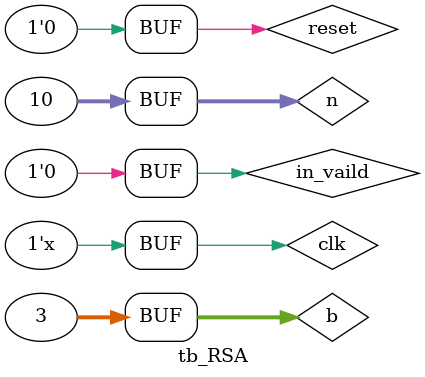
<source format=v>
`timescale 1ns/1ps

module tb_RSA(

);


reg reset;        //高使能
reg[31:0] a; 
reg[31:0] b;
reg[31:0] n;

reg in_vaild;

wire ready;
wire vaild;
wire[31:0] multi_mod_out;

reg clk;

always begin 
    #5 clk = ~clk;
end

always @(posedge clk) begin
    if(ready) a= a+ 1;
    else a= a;
end

initial begin

    a= 4;
    b= 3;
    n= 10;
    clk= 0;
    in_vaild= 0;
    reset= 0;
    #10
    reset= 1;
    #10
    reset= 0;
    #10 
    in_vaild= 1;
    #10
    in_vaild= 0;
end 

RSA_top dut(
    .clk (clk),
    .reset (reset),
    .plaint(a),
    .ready(ready),
    .vaild(vaild),
    .in_vaild(in_vaild),
    .cipht(multi_mod_out)

);
 
GSR GSR(
    .GSRI  (1'b1)
);

endmodule
</source>
